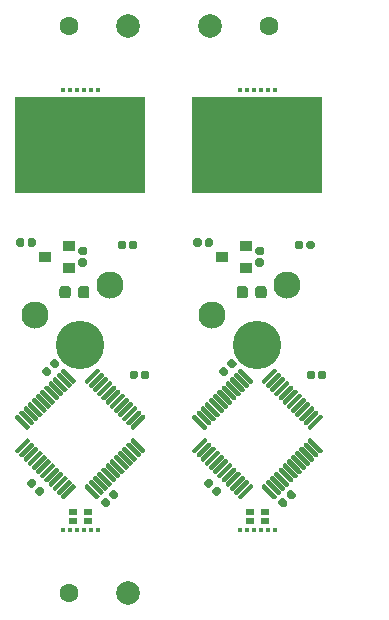
<source format=gbs>
%TF.GenerationSoftware,KiCad,Pcbnew,5.1.6*%
%TF.CreationDate,2020-10-27T03:58:31+01:00*%
%TF.ProjectId,anykey-x2,616e796b-6579-42d7-9832-2e6b69636164,rev?*%
%TF.SameCoordinates,Original*%
%TF.FileFunction,Soldermask,Bot*%
%TF.FilePolarity,Negative*%
%FSLAX46Y46*%
G04 Gerber Fmt 4.6, Leading zero omitted, Abs format (unit mm)*
G04 Created by KiCad (PCBNEW 5.1.6) date 2020-10-27 03:58:31*
%MOMM*%
%LPD*%
G01*
G04 APERTURE LIST*
%ADD10C,0.400000*%
%ADD11C,1.600000*%
%ADD12C,2.000000*%
%ADD13R,11.100000X8.250000*%
%ADD14R,1.000000X0.900000*%
%ADD15C,2.300000*%
%ADD16C,4.100000*%
%ADD17R,0.700000X0.500000*%
G04 APERTURE END LIST*
D10*
%TO.C,REF\u002A\u002A*%
X72500025Y-87101000D03*
%TD*%
%TO.C,REF\u002A\u002A*%
X71900025Y-87101000D03*
%TD*%
%TO.C,REF\u002A\u002A*%
X71300025Y-87101000D03*
%TD*%
%TO.C,REF\u002A\u002A*%
X70700025Y-87101000D03*
%TD*%
%TO.C,REF\u002A\u002A*%
X70100025Y-87101000D03*
%TD*%
%TO.C,REF\u002A\u002A*%
X69500025Y-87101000D03*
%TD*%
%TO.C,REF\u002A\u002A*%
X69500025Y-49899000D03*
%TD*%
%TO.C,REF\u002A\u002A*%
X70100025Y-49899000D03*
%TD*%
%TO.C,REF\u002A\u002A*%
X70700025Y-49899000D03*
%TD*%
%TO.C,REF\u002A\u002A*%
X71300025Y-49899000D03*
%TD*%
%TO.C,REF\u002A\u002A*%
X71900025Y-49899000D03*
%TD*%
%TO.C,REF\u002A\u002A*%
X72500025Y-49899000D03*
%TD*%
%TO.C,REF\u002A\u002A*%
X57500008Y-87101000D03*
%TD*%
%TO.C,REF\u002A\u002A*%
X56900008Y-87101000D03*
%TD*%
%TO.C,REF\u002A\u002A*%
X56300008Y-87101000D03*
%TD*%
%TO.C,REF\u002A\u002A*%
X55700008Y-87101000D03*
%TD*%
%TO.C,REF\u002A\u002A*%
X55100008Y-87101000D03*
%TD*%
%TO.C,REF\u002A\u002A*%
X54500008Y-87101000D03*
%TD*%
%TO.C,REF\u002A\u002A*%
X54500008Y-49899000D03*
%TD*%
%TO.C,REF\u002A\u002A*%
X55100008Y-49899000D03*
%TD*%
%TO.C,REF\u002A\u002A*%
X55700008Y-49899000D03*
%TD*%
%TO.C,REF\u002A\u002A*%
X56300008Y-49899000D03*
%TD*%
%TO.C,REF\u002A\u002A*%
X56900008Y-49899000D03*
%TD*%
%TO.C,REF\u002A\u002A*%
X57500008Y-49899000D03*
%TD*%
D11*
%TO.C,REF\u002A\u002A*%
X54999000Y-92501017D03*
%TD*%
%TO.C,REF\u002A\u002A*%
X72001018Y-44499000D03*
%TD*%
%TO.C,REF\u002A\u002A*%
X54999000Y-44499000D03*
%TD*%
D12*
%TO.C,REF\u002A\u002A*%
X59999000Y-92501017D03*
%TD*%
%TO.C,REF\u002A\u002A*%
X67001018Y-44499000D03*
%TD*%
%TO.C,REF\u002A\u002A*%
X59999000Y-44499000D03*
%TD*%
%TO.C,C1*%
G36*
G01*
X69225018Y-67281251D02*
X69225018Y-66718751D01*
G75*
G02*
X69468768Y-66475001I243750J0D01*
G01*
X69956268Y-66475001D01*
G75*
G02*
X70200018Y-66718751I0J-243750D01*
G01*
X70200018Y-67281251D01*
G75*
G02*
X69956268Y-67525001I-243750J0D01*
G01*
X69468768Y-67525001D01*
G75*
G02*
X69225018Y-67281251I0J243750D01*
G01*
G37*
G36*
G01*
X70800018Y-67281251D02*
X70800018Y-66718751D01*
G75*
G02*
X71043768Y-66475001I243750J0D01*
G01*
X71531268Y-66475001D01*
G75*
G02*
X71775018Y-66718751I0J-243750D01*
G01*
X71775018Y-67281251D01*
G75*
G02*
X71531268Y-67525001I-243750J0D01*
G01*
X71043768Y-67525001D01*
G75*
G02*
X70800018Y-67281251I0J243750D01*
G01*
G37*
%TD*%
%TO.C,C2*%
G36*
G01*
X66473466Y-83052756D02*
X66752773Y-82773448D01*
G75*
G02*
X66996725Y-82773448I121976J-121976D01*
G01*
X67240677Y-83017400D01*
G75*
G02*
X67240677Y-83261352I-121976J-121976D01*
G01*
X66961369Y-83540660D01*
G75*
G02*
X66717417Y-83540660I-121976J121976D01*
G01*
X66473465Y-83296708D01*
G75*
G02*
X66473465Y-83052756I121976J121976D01*
G01*
G37*
G36*
G01*
X67159360Y-83738650D02*
X67438667Y-83459342D01*
G75*
G02*
X67682619Y-83459342I121976J-121976D01*
G01*
X67926571Y-83703294D01*
G75*
G02*
X67926571Y-83947246I-121976J-121976D01*
G01*
X67647263Y-84226554D01*
G75*
G02*
X67403311Y-84226554I-121976J121976D01*
G01*
X67159359Y-83982602D01*
G75*
G02*
X67159359Y-83738650I121976J121976D01*
G01*
G37*
%TD*%
%TO.C,C3*%
G36*
G01*
X68261369Y-73359343D02*
X68540677Y-73638650D01*
G75*
G02*
X68540677Y-73882602I-121976J-121976D01*
G01*
X68296725Y-74126554D01*
G75*
G02*
X68052773Y-74126554I-121976J121976D01*
G01*
X67773465Y-73847246D01*
G75*
G02*
X67773465Y-73603294I121976J121976D01*
G01*
X68017417Y-73359342D01*
G75*
G02*
X68261369Y-73359342I121976J-121976D01*
G01*
G37*
G36*
G01*
X68947263Y-72673449D02*
X69226571Y-72952756D01*
G75*
G02*
X69226571Y-73196708I-121976J-121976D01*
G01*
X68982619Y-73440660D01*
G75*
G02*
X68738667Y-73440660I-121976J121976D01*
G01*
X68459359Y-73161352D01*
G75*
G02*
X68459359Y-72917400I121976J121976D01*
G01*
X68703311Y-72673448D01*
G75*
G02*
X68947263Y-72673448I121976J-121976D01*
G01*
G37*
%TD*%
%TO.C,C5*%
G36*
G01*
X73738667Y-84540659D02*
X73459359Y-84261352D01*
G75*
G02*
X73459359Y-84017400I121976J121976D01*
G01*
X73703311Y-83773448D01*
G75*
G02*
X73947263Y-83773448I121976J-121976D01*
G01*
X74226571Y-84052756D01*
G75*
G02*
X74226571Y-84296708I-121976J-121976D01*
G01*
X73982619Y-84540660D01*
G75*
G02*
X73738667Y-84540660I-121976J121976D01*
G01*
G37*
G36*
G01*
X73052773Y-85226553D02*
X72773465Y-84947246D01*
G75*
G02*
X72773465Y-84703294I121976J121976D01*
G01*
X73017417Y-84459342D01*
G75*
G02*
X73261369Y-84459342I121976J-121976D01*
G01*
X73540677Y-84738650D01*
G75*
G02*
X73540677Y-84982602I-121976J-121976D01*
G01*
X73296725Y-85226554D01*
G75*
G02*
X73052773Y-85226554I-121976J121976D01*
G01*
G37*
%TD*%
%TO.C,C7*%
G36*
G01*
X71397518Y-63860001D02*
X71002518Y-63860001D01*
G75*
G02*
X70830018Y-63687501I0J172500D01*
G01*
X70830018Y-63342501D01*
G75*
G02*
X71002518Y-63170001I172500J0D01*
G01*
X71397518Y-63170001D01*
G75*
G02*
X71570018Y-63342501I0J-172500D01*
G01*
X71570018Y-63687501D01*
G75*
G02*
X71397518Y-63860001I-172500J0D01*
G01*
G37*
G36*
G01*
X71397518Y-64830001D02*
X71002518Y-64830001D01*
G75*
G02*
X70830018Y-64657501I0J172500D01*
G01*
X70830018Y-64312501D01*
G75*
G02*
X71002518Y-64140001I172500J0D01*
G01*
X71397518Y-64140001D01*
G75*
G02*
X71570018Y-64312501I0J-172500D01*
G01*
X71570018Y-64657501D01*
G75*
G02*
X71397518Y-64830001I-172500J0D01*
G01*
G37*
%TD*%
D13*
%TO.C,J1*%
X71000018Y-54575001D03*
%TD*%
%TO.C,R1*%
G36*
G01*
X74170018Y-63197501D02*
X74170018Y-62802501D01*
G75*
G02*
X74342518Y-62630001I172500J0D01*
G01*
X74687518Y-62630001D01*
G75*
G02*
X74860018Y-62802501I0J-172500D01*
G01*
X74860018Y-63197501D01*
G75*
G02*
X74687518Y-63370001I-172500J0D01*
G01*
X74342518Y-63370001D01*
G75*
G02*
X74170018Y-63197501I0J172500D01*
G01*
G37*
G36*
G01*
X75140018Y-63197501D02*
X75140018Y-62802501D01*
G75*
G02*
X75312518Y-62630001I172500J0D01*
G01*
X75657518Y-62630001D01*
G75*
G02*
X75830018Y-62802501I0J-172500D01*
G01*
X75830018Y-63197501D01*
G75*
G02*
X75657518Y-63370001I-172500J0D01*
G01*
X75312518Y-63370001D01*
G75*
G02*
X75140018Y-63197501I0J172500D01*
G01*
G37*
%TD*%
D14*
%TO.C,U1*%
X68000018Y-64000001D03*
X70000018Y-64950001D03*
X70000018Y-63050001D03*
%TD*%
%TO.C,U2*%
G36*
G01*
X69515094Y-84515434D02*
X69373672Y-84374013D01*
G75*
G02*
X69373672Y-84232591I70711J70711D01*
G01*
X70345944Y-83260319D01*
G75*
G02*
X70487366Y-83260319I70711J-70711D01*
G01*
X70628788Y-83401741D01*
G75*
G02*
X70628788Y-83543163I-70711J-70711D01*
G01*
X69656516Y-84515435D01*
G75*
G02*
X69515094Y-84515435I-70711J70711D01*
G01*
G37*
G36*
G01*
X69161540Y-84161880D02*
X69020118Y-84020459D01*
G75*
G02*
X69020118Y-83879037I70711J70711D01*
G01*
X69992390Y-82906765D01*
G75*
G02*
X70133812Y-82906765I70711J-70711D01*
G01*
X70275234Y-83048187D01*
G75*
G02*
X70275234Y-83189609I-70711J-70711D01*
G01*
X69302962Y-84161881D01*
G75*
G02*
X69161540Y-84161881I-70711J70711D01*
G01*
G37*
G36*
G01*
X68807987Y-83808327D02*
X68666565Y-83666906D01*
G75*
G02*
X68666565Y-83525484I70711J70711D01*
G01*
X69638837Y-82553212D01*
G75*
G02*
X69780259Y-82553212I70711J-70711D01*
G01*
X69921681Y-82694634D01*
G75*
G02*
X69921681Y-82836056I-70711J-70711D01*
G01*
X68949409Y-83808328D01*
G75*
G02*
X68807987Y-83808328I-70711J70711D01*
G01*
G37*
G36*
G01*
X68454433Y-83454773D02*
X68313011Y-83313352D01*
G75*
G02*
X68313011Y-83171930I70711J70711D01*
G01*
X69285283Y-82199658D01*
G75*
G02*
X69426705Y-82199658I70711J-70711D01*
G01*
X69568127Y-82341080D01*
G75*
G02*
X69568127Y-82482502I-70711J-70711D01*
G01*
X68595855Y-83454774D01*
G75*
G02*
X68454433Y-83454774I-70711J70711D01*
G01*
G37*
G36*
G01*
X68100880Y-83101220D02*
X67959458Y-82959799D01*
G75*
G02*
X67959458Y-82818377I70711J70711D01*
G01*
X68931730Y-81846105D01*
G75*
G02*
X69073152Y-81846105I70711J-70711D01*
G01*
X69214574Y-81987527D01*
G75*
G02*
X69214574Y-82128949I-70711J-70711D01*
G01*
X68242302Y-83101221D01*
G75*
G02*
X68100880Y-83101221I-70711J70711D01*
G01*
G37*
G36*
G01*
X67747327Y-82747667D02*
X67605905Y-82606246D01*
G75*
G02*
X67605905Y-82464824I70711J70711D01*
G01*
X68578177Y-81492552D01*
G75*
G02*
X68719599Y-81492552I70711J-70711D01*
G01*
X68861021Y-81633974D01*
G75*
G02*
X68861021Y-81775396I-70711J-70711D01*
G01*
X67888749Y-82747668D01*
G75*
G02*
X67747327Y-82747668I-70711J70711D01*
G01*
G37*
G36*
G01*
X67393773Y-82394113D02*
X67252351Y-82252692D01*
G75*
G02*
X67252351Y-82111270I70711J70711D01*
G01*
X68224623Y-81138998D01*
G75*
G02*
X68366045Y-81138998I70711J-70711D01*
G01*
X68507467Y-81280420D01*
G75*
G02*
X68507467Y-81421842I-70711J-70711D01*
G01*
X67535195Y-82394114D01*
G75*
G02*
X67393773Y-82394114I-70711J70711D01*
G01*
G37*
G36*
G01*
X67040220Y-82040560D02*
X66898798Y-81899139D01*
G75*
G02*
X66898798Y-81757717I70711J70711D01*
G01*
X67871070Y-80785445D01*
G75*
G02*
X68012492Y-80785445I70711J-70711D01*
G01*
X68153914Y-80926867D01*
G75*
G02*
X68153914Y-81068289I-70711J-70711D01*
G01*
X67181642Y-82040561D01*
G75*
G02*
X67040220Y-82040561I-70711J70711D01*
G01*
G37*
G36*
G01*
X66686667Y-81687007D02*
X66545245Y-81545586D01*
G75*
G02*
X66545245Y-81404164I70711J70711D01*
G01*
X67517517Y-80431892D01*
G75*
G02*
X67658939Y-80431892I70711J-70711D01*
G01*
X67800361Y-80573314D01*
G75*
G02*
X67800361Y-80714736I-70711J-70711D01*
G01*
X66828089Y-81687008D01*
G75*
G02*
X66686667Y-81687008I-70711J70711D01*
G01*
G37*
G36*
G01*
X66333113Y-81333453D02*
X66191691Y-81192032D01*
G75*
G02*
X66191691Y-81050610I70711J70711D01*
G01*
X67163963Y-80078338D01*
G75*
G02*
X67305385Y-80078338I70711J-70711D01*
G01*
X67446807Y-80219760D01*
G75*
G02*
X67446807Y-80361182I-70711J-70711D01*
G01*
X66474535Y-81333454D01*
G75*
G02*
X66333113Y-81333454I-70711J70711D01*
G01*
G37*
G36*
G01*
X65979560Y-80979900D02*
X65838138Y-80838479D01*
G75*
G02*
X65838138Y-80697057I70711J70711D01*
G01*
X66810410Y-79724785D01*
G75*
G02*
X66951832Y-79724785I70711J-70711D01*
G01*
X67093254Y-79866207D01*
G75*
G02*
X67093254Y-80007629I-70711J-70711D01*
G01*
X66120982Y-80979901D01*
G75*
G02*
X65979560Y-80979901I-70711J70711D01*
G01*
G37*
G36*
G01*
X65626006Y-80626346D02*
X65484584Y-80484925D01*
G75*
G02*
X65484584Y-80343503I70711J70711D01*
G01*
X66456856Y-79371231D01*
G75*
G02*
X66598278Y-79371231I70711J-70711D01*
G01*
X66739700Y-79512653D01*
G75*
G02*
X66739700Y-79654075I-70711J-70711D01*
G01*
X65767428Y-80626347D01*
G75*
G02*
X65626006Y-80626347I-70711J70711D01*
G01*
G37*
G36*
G01*
X66456857Y-78628770D02*
X65484584Y-77656499D01*
G75*
G02*
X65484584Y-77515077I70711J70711D01*
G01*
X65626006Y-77373655D01*
G75*
G02*
X65767428Y-77373655I70711J-70711D01*
G01*
X66739700Y-78345927D01*
G75*
G02*
X66739700Y-78487349I-70711J-70711D01*
G01*
X66598278Y-78628771D01*
G75*
G02*
X66456856Y-78628771I-70711J70711D01*
G01*
G37*
G36*
G01*
X66810411Y-78275216D02*
X65838138Y-77302945D01*
G75*
G02*
X65838138Y-77161523I70711J70711D01*
G01*
X65979560Y-77020101D01*
G75*
G02*
X66120982Y-77020101I70711J-70711D01*
G01*
X67093254Y-77992373D01*
G75*
G02*
X67093254Y-78133795I-70711J-70711D01*
G01*
X66951832Y-78275217D01*
G75*
G02*
X66810410Y-78275217I-70711J70711D01*
G01*
G37*
G36*
G01*
X67163964Y-77921663D02*
X66191691Y-76949392D01*
G75*
G02*
X66191691Y-76807970I70711J70711D01*
G01*
X66333113Y-76666548D01*
G75*
G02*
X66474535Y-76666548I70711J-70711D01*
G01*
X67446807Y-77638820D01*
G75*
G02*
X67446807Y-77780242I-70711J-70711D01*
G01*
X67305385Y-77921664D01*
G75*
G02*
X67163963Y-77921664I-70711J70711D01*
G01*
G37*
G36*
G01*
X67517518Y-77568109D02*
X66545245Y-76595838D01*
G75*
G02*
X66545245Y-76454416I70711J70711D01*
G01*
X66686667Y-76312994D01*
G75*
G02*
X66828089Y-76312994I70711J-70711D01*
G01*
X67800361Y-77285266D01*
G75*
G02*
X67800361Y-77426688I-70711J-70711D01*
G01*
X67658939Y-77568110D01*
G75*
G02*
X67517517Y-77568110I-70711J70711D01*
G01*
G37*
G36*
G01*
X67871071Y-77214556D02*
X66898798Y-76242285D01*
G75*
G02*
X66898798Y-76100863I70711J70711D01*
G01*
X67040220Y-75959441D01*
G75*
G02*
X67181642Y-75959441I70711J-70711D01*
G01*
X68153914Y-76931713D01*
G75*
G02*
X68153914Y-77073135I-70711J-70711D01*
G01*
X68012492Y-77214557D01*
G75*
G02*
X67871070Y-77214557I-70711J70711D01*
G01*
G37*
G36*
G01*
X68224624Y-76861003D02*
X67252351Y-75888732D01*
G75*
G02*
X67252351Y-75747310I70711J70711D01*
G01*
X67393773Y-75605888D01*
G75*
G02*
X67535195Y-75605888I70711J-70711D01*
G01*
X68507467Y-76578160D01*
G75*
G02*
X68507467Y-76719582I-70711J-70711D01*
G01*
X68366045Y-76861004D01*
G75*
G02*
X68224623Y-76861004I-70711J70711D01*
G01*
G37*
G36*
G01*
X68578178Y-76507449D02*
X67605905Y-75535178D01*
G75*
G02*
X67605905Y-75393756I70711J70711D01*
G01*
X67747327Y-75252334D01*
G75*
G02*
X67888749Y-75252334I70711J-70711D01*
G01*
X68861021Y-76224606D01*
G75*
G02*
X68861021Y-76366028I-70711J-70711D01*
G01*
X68719599Y-76507450D01*
G75*
G02*
X68578177Y-76507450I-70711J70711D01*
G01*
G37*
G36*
G01*
X68931731Y-76153896D02*
X67959458Y-75181625D01*
G75*
G02*
X67959458Y-75040203I70711J70711D01*
G01*
X68100880Y-74898781D01*
G75*
G02*
X68242302Y-74898781I70711J-70711D01*
G01*
X69214574Y-75871053D01*
G75*
G02*
X69214574Y-76012475I-70711J-70711D01*
G01*
X69073152Y-76153897D01*
G75*
G02*
X68931730Y-76153897I-70711J70711D01*
G01*
G37*
G36*
G01*
X69285284Y-75800343D02*
X68313011Y-74828072D01*
G75*
G02*
X68313011Y-74686650I70711J70711D01*
G01*
X68454433Y-74545228D01*
G75*
G02*
X68595855Y-74545228I70711J-70711D01*
G01*
X69568127Y-75517500D01*
G75*
G02*
X69568127Y-75658922I-70711J-70711D01*
G01*
X69426705Y-75800344D01*
G75*
G02*
X69285283Y-75800344I-70711J70711D01*
G01*
G37*
G36*
G01*
X69638838Y-75446789D02*
X68666565Y-74474518D01*
G75*
G02*
X68666565Y-74333096I70711J70711D01*
G01*
X68807987Y-74191674D01*
G75*
G02*
X68949409Y-74191674I70711J-70711D01*
G01*
X69921681Y-75163946D01*
G75*
G02*
X69921681Y-75305368I-70711J-70711D01*
G01*
X69780259Y-75446790D01*
G75*
G02*
X69638837Y-75446790I-70711J70711D01*
G01*
G37*
G36*
G01*
X69992391Y-75093236D02*
X69020118Y-74120965D01*
G75*
G02*
X69020118Y-73979543I70711J70711D01*
G01*
X69161540Y-73838121D01*
G75*
G02*
X69302962Y-73838121I70711J-70711D01*
G01*
X70275234Y-74810393D01*
G75*
G02*
X70275234Y-74951815I-70711J-70711D01*
G01*
X70133812Y-75093237D01*
G75*
G02*
X69992390Y-75093237I-70711J70711D01*
G01*
G37*
G36*
G01*
X70345945Y-74739682D02*
X69373672Y-73767411D01*
G75*
G02*
X69373672Y-73625989I70711J70711D01*
G01*
X69515094Y-73484567D01*
G75*
G02*
X69656516Y-73484567I70711J-70711D01*
G01*
X70628788Y-74456839D01*
G75*
G02*
X70628788Y-74598261I-70711J-70711D01*
G01*
X70487366Y-74739683D01*
G75*
G02*
X70345944Y-74739683I-70711J70711D01*
G01*
G37*
G36*
G01*
X71512670Y-74739682D02*
X71371248Y-74598261D01*
G75*
G02*
X71371248Y-74456839I70711J70711D01*
G01*
X72343520Y-73484567D01*
G75*
G02*
X72484942Y-73484567I70711J-70711D01*
G01*
X72626364Y-73625989D01*
G75*
G02*
X72626364Y-73767411I-70711J-70711D01*
G01*
X71654092Y-74739683D01*
G75*
G02*
X71512670Y-74739683I-70711J70711D01*
G01*
G37*
G36*
G01*
X71866224Y-75093236D02*
X71724802Y-74951815D01*
G75*
G02*
X71724802Y-74810393I70711J70711D01*
G01*
X72697074Y-73838121D01*
G75*
G02*
X72838496Y-73838121I70711J-70711D01*
G01*
X72979918Y-73979543D01*
G75*
G02*
X72979918Y-74120965I-70711J-70711D01*
G01*
X72007646Y-75093237D01*
G75*
G02*
X71866224Y-75093237I-70711J70711D01*
G01*
G37*
G36*
G01*
X72219777Y-75446789D02*
X72078355Y-75305368D01*
G75*
G02*
X72078355Y-75163946I70711J70711D01*
G01*
X73050627Y-74191674D01*
G75*
G02*
X73192049Y-74191674I70711J-70711D01*
G01*
X73333471Y-74333096D01*
G75*
G02*
X73333471Y-74474518I-70711J-70711D01*
G01*
X72361199Y-75446790D01*
G75*
G02*
X72219777Y-75446790I-70711J70711D01*
G01*
G37*
G36*
G01*
X72573331Y-75800343D02*
X72431909Y-75658922D01*
G75*
G02*
X72431909Y-75517500I70711J70711D01*
G01*
X73404181Y-74545228D01*
G75*
G02*
X73545603Y-74545228I70711J-70711D01*
G01*
X73687025Y-74686650D01*
G75*
G02*
X73687025Y-74828072I-70711J-70711D01*
G01*
X72714753Y-75800344D01*
G75*
G02*
X72573331Y-75800344I-70711J70711D01*
G01*
G37*
G36*
G01*
X72926884Y-76153896D02*
X72785462Y-76012475D01*
G75*
G02*
X72785462Y-75871053I70711J70711D01*
G01*
X73757734Y-74898781D01*
G75*
G02*
X73899156Y-74898781I70711J-70711D01*
G01*
X74040578Y-75040203D01*
G75*
G02*
X74040578Y-75181625I-70711J-70711D01*
G01*
X73068306Y-76153897D01*
G75*
G02*
X72926884Y-76153897I-70711J70711D01*
G01*
G37*
G36*
G01*
X73280437Y-76507449D02*
X73139015Y-76366028D01*
G75*
G02*
X73139015Y-76224606I70711J70711D01*
G01*
X74111287Y-75252334D01*
G75*
G02*
X74252709Y-75252334I70711J-70711D01*
G01*
X74394131Y-75393756D01*
G75*
G02*
X74394131Y-75535178I-70711J-70711D01*
G01*
X73421859Y-76507450D01*
G75*
G02*
X73280437Y-76507450I-70711J70711D01*
G01*
G37*
G36*
G01*
X73633991Y-76861003D02*
X73492569Y-76719582D01*
G75*
G02*
X73492569Y-76578160I70711J70711D01*
G01*
X74464841Y-75605888D01*
G75*
G02*
X74606263Y-75605888I70711J-70711D01*
G01*
X74747685Y-75747310D01*
G75*
G02*
X74747685Y-75888732I-70711J-70711D01*
G01*
X73775413Y-76861004D01*
G75*
G02*
X73633991Y-76861004I-70711J70711D01*
G01*
G37*
G36*
G01*
X73987544Y-77214556D02*
X73846122Y-77073135D01*
G75*
G02*
X73846122Y-76931713I70711J70711D01*
G01*
X74818394Y-75959441D01*
G75*
G02*
X74959816Y-75959441I70711J-70711D01*
G01*
X75101238Y-76100863D01*
G75*
G02*
X75101238Y-76242285I-70711J-70711D01*
G01*
X74128966Y-77214557D01*
G75*
G02*
X73987544Y-77214557I-70711J70711D01*
G01*
G37*
G36*
G01*
X74341097Y-77568109D02*
X74199675Y-77426688D01*
G75*
G02*
X74199675Y-77285266I70711J70711D01*
G01*
X75171947Y-76312994D01*
G75*
G02*
X75313369Y-76312994I70711J-70711D01*
G01*
X75454791Y-76454416D01*
G75*
G02*
X75454791Y-76595838I-70711J-70711D01*
G01*
X74482519Y-77568110D01*
G75*
G02*
X74341097Y-77568110I-70711J70711D01*
G01*
G37*
G36*
G01*
X74694651Y-77921663D02*
X74553229Y-77780242D01*
G75*
G02*
X74553229Y-77638820I70711J70711D01*
G01*
X75525501Y-76666548D01*
G75*
G02*
X75666923Y-76666548I70711J-70711D01*
G01*
X75808345Y-76807970D01*
G75*
G02*
X75808345Y-76949392I-70711J-70711D01*
G01*
X74836073Y-77921664D01*
G75*
G02*
X74694651Y-77921664I-70711J70711D01*
G01*
G37*
G36*
G01*
X75048204Y-78275216D02*
X74906782Y-78133795D01*
G75*
G02*
X74906782Y-77992373I70711J70711D01*
G01*
X75879054Y-77020101D01*
G75*
G02*
X76020476Y-77020101I70711J-70711D01*
G01*
X76161898Y-77161523D01*
G75*
G02*
X76161898Y-77302945I-70711J-70711D01*
G01*
X75189626Y-78275217D01*
G75*
G02*
X75048204Y-78275217I-70711J70711D01*
G01*
G37*
G36*
G01*
X75401758Y-78628770D02*
X75260336Y-78487349D01*
G75*
G02*
X75260336Y-78345927I70711J70711D01*
G01*
X76232608Y-77373655D01*
G75*
G02*
X76374030Y-77373655I70711J-70711D01*
G01*
X76515452Y-77515077D01*
G75*
G02*
X76515452Y-77656499I-70711J-70711D01*
G01*
X75543180Y-78628771D01*
G75*
G02*
X75401758Y-78628771I-70711J70711D01*
G01*
G37*
G36*
G01*
X76232609Y-80626346D02*
X75260336Y-79654075D01*
G75*
G02*
X75260336Y-79512653I70711J70711D01*
G01*
X75401758Y-79371231D01*
G75*
G02*
X75543180Y-79371231I70711J-70711D01*
G01*
X76515452Y-80343503D01*
G75*
G02*
X76515452Y-80484925I-70711J-70711D01*
G01*
X76374030Y-80626347D01*
G75*
G02*
X76232608Y-80626347I-70711J70711D01*
G01*
G37*
G36*
G01*
X75879055Y-80979900D02*
X74906782Y-80007629D01*
G75*
G02*
X74906782Y-79866207I70711J70711D01*
G01*
X75048204Y-79724785D01*
G75*
G02*
X75189626Y-79724785I70711J-70711D01*
G01*
X76161898Y-80697057D01*
G75*
G02*
X76161898Y-80838479I-70711J-70711D01*
G01*
X76020476Y-80979901D01*
G75*
G02*
X75879054Y-80979901I-70711J70711D01*
G01*
G37*
G36*
G01*
X75525502Y-81333453D02*
X74553229Y-80361182D01*
G75*
G02*
X74553229Y-80219760I70711J70711D01*
G01*
X74694651Y-80078338D01*
G75*
G02*
X74836073Y-80078338I70711J-70711D01*
G01*
X75808345Y-81050610D01*
G75*
G02*
X75808345Y-81192032I-70711J-70711D01*
G01*
X75666923Y-81333454D01*
G75*
G02*
X75525501Y-81333454I-70711J70711D01*
G01*
G37*
G36*
G01*
X75171948Y-81687007D02*
X74199675Y-80714736D01*
G75*
G02*
X74199675Y-80573314I70711J70711D01*
G01*
X74341097Y-80431892D01*
G75*
G02*
X74482519Y-80431892I70711J-70711D01*
G01*
X75454791Y-81404164D01*
G75*
G02*
X75454791Y-81545586I-70711J-70711D01*
G01*
X75313369Y-81687008D01*
G75*
G02*
X75171947Y-81687008I-70711J70711D01*
G01*
G37*
G36*
G01*
X74818395Y-82040560D02*
X73846122Y-81068289D01*
G75*
G02*
X73846122Y-80926867I70711J70711D01*
G01*
X73987544Y-80785445D01*
G75*
G02*
X74128966Y-80785445I70711J-70711D01*
G01*
X75101238Y-81757717D01*
G75*
G02*
X75101238Y-81899139I-70711J-70711D01*
G01*
X74959816Y-82040561D01*
G75*
G02*
X74818394Y-82040561I-70711J70711D01*
G01*
G37*
G36*
G01*
X74464842Y-82394113D02*
X73492569Y-81421842D01*
G75*
G02*
X73492569Y-81280420I70711J70711D01*
G01*
X73633991Y-81138998D01*
G75*
G02*
X73775413Y-81138998I70711J-70711D01*
G01*
X74747685Y-82111270D01*
G75*
G02*
X74747685Y-82252692I-70711J-70711D01*
G01*
X74606263Y-82394114D01*
G75*
G02*
X74464841Y-82394114I-70711J70711D01*
G01*
G37*
G36*
G01*
X74111288Y-82747667D02*
X73139015Y-81775396D01*
G75*
G02*
X73139015Y-81633974I70711J70711D01*
G01*
X73280437Y-81492552D01*
G75*
G02*
X73421859Y-81492552I70711J-70711D01*
G01*
X74394131Y-82464824D01*
G75*
G02*
X74394131Y-82606246I-70711J-70711D01*
G01*
X74252709Y-82747668D01*
G75*
G02*
X74111287Y-82747668I-70711J70711D01*
G01*
G37*
G36*
G01*
X73757735Y-83101220D02*
X72785462Y-82128949D01*
G75*
G02*
X72785462Y-81987527I70711J70711D01*
G01*
X72926884Y-81846105D01*
G75*
G02*
X73068306Y-81846105I70711J-70711D01*
G01*
X74040578Y-82818377D01*
G75*
G02*
X74040578Y-82959799I-70711J-70711D01*
G01*
X73899156Y-83101221D01*
G75*
G02*
X73757734Y-83101221I-70711J70711D01*
G01*
G37*
G36*
G01*
X73404182Y-83454773D02*
X72431909Y-82482502D01*
G75*
G02*
X72431909Y-82341080I70711J70711D01*
G01*
X72573331Y-82199658D01*
G75*
G02*
X72714753Y-82199658I70711J-70711D01*
G01*
X73687025Y-83171930D01*
G75*
G02*
X73687025Y-83313352I-70711J-70711D01*
G01*
X73545603Y-83454774D01*
G75*
G02*
X73404181Y-83454774I-70711J70711D01*
G01*
G37*
G36*
G01*
X73050628Y-83808327D02*
X72078355Y-82836056D01*
G75*
G02*
X72078355Y-82694634I70711J70711D01*
G01*
X72219777Y-82553212D01*
G75*
G02*
X72361199Y-82553212I70711J-70711D01*
G01*
X73333471Y-83525484D01*
G75*
G02*
X73333471Y-83666906I-70711J-70711D01*
G01*
X73192049Y-83808328D01*
G75*
G02*
X73050627Y-83808328I-70711J70711D01*
G01*
G37*
G36*
G01*
X72697075Y-84161880D02*
X71724802Y-83189609D01*
G75*
G02*
X71724802Y-83048187I70711J70711D01*
G01*
X71866224Y-82906765D01*
G75*
G02*
X72007646Y-82906765I70711J-70711D01*
G01*
X72979918Y-83879037D01*
G75*
G02*
X72979918Y-84020459I-70711J-70711D01*
G01*
X72838496Y-84161881D01*
G75*
G02*
X72697074Y-84161881I-70711J70711D01*
G01*
G37*
G36*
G01*
X72343521Y-84515434D02*
X71371248Y-83543163D01*
G75*
G02*
X71371248Y-83401741I70711J70711D01*
G01*
X71512670Y-83260319D01*
G75*
G02*
X71654092Y-83260319I70711J-70711D01*
G01*
X72626364Y-84232591D01*
G75*
G02*
X72626364Y-84374013I-70711J-70711D01*
G01*
X72484942Y-84515435D01*
G75*
G02*
X72343520Y-84515435I-70711J70711D01*
G01*
G37*
%TD*%
%TO.C,C6*%
G36*
G01*
X65570018Y-62997501D02*
X65570018Y-62602501D01*
G75*
G02*
X65742518Y-62430001I172500J0D01*
G01*
X66087518Y-62430001D01*
G75*
G02*
X66260018Y-62602501I0J-172500D01*
G01*
X66260018Y-62997501D01*
G75*
G02*
X66087518Y-63170001I-172500J0D01*
G01*
X65742518Y-63170001D01*
G75*
G02*
X65570018Y-62997501I0J172500D01*
G01*
G37*
G36*
G01*
X66540018Y-62997501D02*
X66540018Y-62602501D01*
G75*
G02*
X66712518Y-62430001I172500J0D01*
G01*
X67057518Y-62430001D01*
G75*
G02*
X67230018Y-62602501I0J-172500D01*
G01*
X67230018Y-62997501D01*
G75*
G02*
X67057518Y-63170001I-172500J0D01*
G01*
X66712518Y-63170001D01*
G75*
G02*
X66540018Y-62997501I0J172500D01*
G01*
G37*
%TD*%
D15*
%TO.C,SW1*%
X73540018Y-66420001D03*
X67190018Y-68960001D03*
D16*
X71000018Y-71500001D03*
%TD*%
%TO.C,C4*%
G36*
G01*
X76830018Y-73802501D02*
X76830018Y-74197501D01*
G75*
G02*
X76657518Y-74370001I-172500J0D01*
G01*
X76312518Y-74370001D01*
G75*
G02*
X76140018Y-74197501I0J172500D01*
G01*
X76140018Y-73802501D01*
G75*
G02*
X76312518Y-73630001I172500J0D01*
G01*
X76657518Y-73630001D01*
G75*
G02*
X76830018Y-73802501I0J-172500D01*
G01*
G37*
G36*
G01*
X75860018Y-73802501D02*
X75860018Y-74197501D01*
G75*
G02*
X75687518Y-74370001I-172500J0D01*
G01*
X75342518Y-74370001D01*
G75*
G02*
X75170018Y-74197501I0J172500D01*
G01*
X75170018Y-73802501D01*
G75*
G02*
X75342518Y-73630001I172500J0D01*
G01*
X75687518Y-73630001D01*
G75*
G02*
X75860018Y-73802501I0J-172500D01*
G01*
G37*
%TD*%
D17*
%TO.C,D1*%
X70350018Y-86400001D03*
X71650018Y-86400001D03*
X71650018Y-85600001D03*
X70350018Y-85600001D03*
%TD*%
%TO.C,C1*%
G36*
G01*
X54225001Y-67281251D02*
X54225001Y-66718751D01*
G75*
G02*
X54468751Y-66475001I243750J0D01*
G01*
X54956251Y-66475001D01*
G75*
G02*
X55200001Y-66718751I0J-243750D01*
G01*
X55200001Y-67281251D01*
G75*
G02*
X54956251Y-67525001I-243750J0D01*
G01*
X54468751Y-67525001D01*
G75*
G02*
X54225001Y-67281251I0J243750D01*
G01*
G37*
G36*
G01*
X55800001Y-67281251D02*
X55800001Y-66718751D01*
G75*
G02*
X56043751Y-66475001I243750J0D01*
G01*
X56531251Y-66475001D01*
G75*
G02*
X56775001Y-66718751I0J-243750D01*
G01*
X56775001Y-67281251D01*
G75*
G02*
X56531251Y-67525001I-243750J0D01*
G01*
X56043751Y-67525001D01*
G75*
G02*
X55800001Y-67281251I0J243750D01*
G01*
G37*
%TD*%
%TO.C,C2*%
G36*
G01*
X51473449Y-83052756D02*
X51752756Y-82773448D01*
G75*
G02*
X51996708Y-82773448I121976J-121976D01*
G01*
X52240660Y-83017400D01*
G75*
G02*
X52240660Y-83261352I-121976J-121976D01*
G01*
X51961352Y-83540660D01*
G75*
G02*
X51717400Y-83540660I-121976J121976D01*
G01*
X51473448Y-83296708D01*
G75*
G02*
X51473448Y-83052756I121976J121976D01*
G01*
G37*
G36*
G01*
X52159343Y-83738650D02*
X52438650Y-83459342D01*
G75*
G02*
X52682602Y-83459342I121976J-121976D01*
G01*
X52926554Y-83703294D01*
G75*
G02*
X52926554Y-83947246I-121976J-121976D01*
G01*
X52647246Y-84226554D01*
G75*
G02*
X52403294Y-84226554I-121976J121976D01*
G01*
X52159342Y-83982602D01*
G75*
G02*
X52159342Y-83738650I121976J121976D01*
G01*
G37*
%TD*%
%TO.C,C3*%
G36*
G01*
X53261352Y-73359343D02*
X53540660Y-73638650D01*
G75*
G02*
X53540660Y-73882602I-121976J-121976D01*
G01*
X53296708Y-74126554D01*
G75*
G02*
X53052756Y-74126554I-121976J121976D01*
G01*
X52773448Y-73847246D01*
G75*
G02*
X52773448Y-73603294I121976J121976D01*
G01*
X53017400Y-73359342D01*
G75*
G02*
X53261352Y-73359342I121976J-121976D01*
G01*
G37*
G36*
G01*
X53947246Y-72673449D02*
X54226554Y-72952756D01*
G75*
G02*
X54226554Y-73196708I-121976J-121976D01*
G01*
X53982602Y-73440660D01*
G75*
G02*
X53738650Y-73440660I-121976J121976D01*
G01*
X53459342Y-73161352D01*
G75*
G02*
X53459342Y-72917400I121976J121976D01*
G01*
X53703294Y-72673448D01*
G75*
G02*
X53947246Y-72673448I121976J-121976D01*
G01*
G37*
%TD*%
%TO.C,C5*%
G36*
G01*
X58738650Y-84540659D02*
X58459342Y-84261352D01*
G75*
G02*
X58459342Y-84017400I121976J121976D01*
G01*
X58703294Y-83773448D01*
G75*
G02*
X58947246Y-83773448I121976J-121976D01*
G01*
X59226554Y-84052756D01*
G75*
G02*
X59226554Y-84296708I-121976J-121976D01*
G01*
X58982602Y-84540660D01*
G75*
G02*
X58738650Y-84540660I-121976J121976D01*
G01*
G37*
G36*
G01*
X58052756Y-85226553D02*
X57773448Y-84947246D01*
G75*
G02*
X57773448Y-84703294I121976J121976D01*
G01*
X58017400Y-84459342D01*
G75*
G02*
X58261352Y-84459342I121976J-121976D01*
G01*
X58540660Y-84738650D01*
G75*
G02*
X58540660Y-84982602I-121976J-121976D01*
G01*
X58296708Y-85226554D01*
G75*
G02*
X58052756Y-85226554I-121976J121976D01*
G01*
G37*
%TD*%
%TO.C,C7*%
G36*
G01*
X56397501Y-63860001D02*
X56002501Y-63860001D01*
G75*
G02*
X55830001Y-63687501I0J172500D01*
G01*
X55830001Y-63342501D01*
G75*
G02*
X56002501Y-63170001I172500J0D01*
G01*
X56397501Y-63170001D01*
G75*
G02*
X56570001Y-63342501I0J-172500D01*
G01*
X56570001Y-63687501D01*
G75*
G02*
X56397501Y-63860001I-172500J0D01*
G01*
G37*
G36*
G01*
X56397501Y-64830001D02*
X56002501Y-64830001D01*
G75*
G02*
X55830001Y-64657501I0J172500D01*
G01*
X55830001Y-64312501D01*
G75*
G02*
X56002501Y-64140001I172500J0D01*
G01*
X56397501Y-64140001D01*
G75*
G02*
X56570001Y-64312501I0J-172500D01*
G01*
X56570001Y-64657501D01*
G75*
G02*
X56397501Y-64830001I-172500J0D01*
G01*
G37*
%TD*%
D13*
%TO.C,J1*%
X56000001Y-54575001D03*
%TD*%
%TO.C,R1*%
G36*
G01*
X59170001Y-63197501D02*
X59170001Y-62802501D01*
G75*
G02*
X59342501Y-62630001I172500J0D01*
G01*
X59687501Y-62630001D01*
G75*
G02*
X59860001Y-62802501I0J-172500D01*
G01*
X59860001Y-63197501D01*
G75*
G02*
X59687501Y-63370001I-172500J0D01*
G01*
X59342501Y-63370001D01*
G75*
G02*
X59170001Y-63197501I0J172500D01*
G01*
G37*
G36*
G01*
X60140001Y-63197501D02*
X60140001Y-62802501D01*
G75*
G02*
X60312501Y-62630001I172500J0D01*
G01*
X60657501Y-62630001D01*
G75*
G02*
X60830001Y-62802501I0J-172500D01*
G01*
X60830001Y-63197501D01*
G75*
G02*
X60657501Y-63370001I-172500J0D01*
G01*
X60312501Y-63370001D01*
G75*
G02*
X60140001Y-63197501I0J172500D01*
G01*
G37*
%TD*%
D14*
%TO.C,U1*%
X53000001Y-64000001D03*
X55000001Y-64950001D03*
X55000001Y-63050001D03*
%TD*%
%TO.C,U2*%
G36*
G01*
X54515077Y-84515434D02*
X54373655Y-84374013D01*
G75*
G02*
X54373655Y-84232591I70711J70711D01*
G01*
X55345927Y-83260319D01*
G75*
G02*
X55487349Y-83260319I70711J-70711D01*
G01*
X55628771Y-83401741D01*
G75*
G02*
X55628771Y-83543163I-70711J-70711D01*
G01*
X54656499Y-84515435D01*
G75*
G02*
X54515077Y-84515435I-70711J70711D01*
G01*
G37*
G36*
G01*
X54161523Y-84161880D02*
X54020101Y-84020459D01*
G75*
G02*
X54020101Y-83879037I70711J70711D01*
G01*
X54992373Y-82906765D01*
G75*
G02*
X55133795Y-82906765I70711J-70711D01*
G01*
X55275217Y-83048187D01*
G75*
G02*
X55275217Y-83189609I-70711J-70711D01*
G01*
X54302945Y-84161881D01*
G75*
G02*
X54161523Y-84161881I-70711J70711D01*
G01*
G37*
G36*
G01*
X53807970Y-83808327D02*
X53666548Y-83666906D01*
G75*
G02*
X53666548Y-83525484I70711J70711D01*
G01*
X54638820Y-82553212D01*
G75*
G02*
X54780242Y-82553212I70711J-70711D01*
G01*
X54921664Y-82694634D01*
G75*
G02*
X54921664Y-82836056I-70711J-70711D01*
G01*
X53949392Y-83808328D01*
G75*
G02*
X53807970Y-83808328I-70711J70711D01*
G01*
G37*
G36*
G01*
X53454416Y-83454773D02*
X53312994Y-83313352D01*
G75*
G02*
X53312994Y-83171930I70711J70711D01*
G01*
X54285266Y-82199658D01*
G75*
G02*
X54426688Y-82199658I70711J-70711D01*
G01*
X54568110Y-82341080D01*
G75*
G02*
X54568110Y-82482502I-70711J-70711D01*
G01*
X53595838Y-83454774D01*
G75*
G02*
X53454416Y-83454774I-70711J70711D01*
G01*
G37*
G36*
G01*
X53100863Y-83101220D02*
X52959441Y-82959799D01*
G75*
G02*
X52959441Y-82818377I70711J70711D01*
G01*
X53931713Y-81846105D01*
G75*
G02*
X54073135Y-81846105I70711J-70711D01*
G01*
X54214557Y-81987527D01*
G75*
G02*
X54214557Y-82128949I-70711J-70711D01*
G01*
X53242285Y-83101221D01*
G75*
G02*
X53100863Y-83101221I-70711J70711D01*
G01*
G37*
G36*
G01*
X52747310Y-82747667D02*
X52605888Y-82606246D01*
G75*
G02*
X52605888Y-82464824I70711J70711D01*
G01*
X53578160Y-81492552D01*
G75*
G02*
X53719582Y-81492552I70711J-70711D01*
G01*
X53861004Y-81633974D01*
G75*
G02*
X53861004Y-81775396I-70711J-70711D01*
G01*
X52888732Y-82747668D01*
G75*
G02*
X52747310Y-82747668I-70711J70711D01*
G01*
G37*
G36*
G01*
X52393756Y-82394113D02*
X52252334Y-82252692D01*
G75*
G02*
X52252334Y-82111270I70711J70711D01*
G01*
X53224606Y-81138998D01*
G75*
G02*
X53366028Y-81138998I70711J-70711D01*
G01*
X53507450Y-81280420D01*
G75*
G02*
X53507450Y-81421842I-70711J-70711D01*
G01*
X52535178Y-82394114D01*
G75*
G02*
X52393756Y-82394114I-70711J70711D01*
G01*
G37*
G36*
G01*
X52040203Y-82040560D02*
X51898781Y-81899139D01*
G75*
G02*
X51898781Y-81757717I70711J70711D01*
G01*
X52871053Y-80785445D01*
G75*
G02*
X53012475Y-80785445I70711J-70711D01*
G01*
X53153897Y-80926867D01*
G75*
G02*
X53153897Y-81068289I-70711J-70711D01*
G01*
X52181625Y-82040561D01*
G75*
G02*
X52040203Y-82040561I-70711J70711D01*
G01*
G37*
G36*
G01*
X51686650Y-81687007D02*
X51545228Y-81545586D01*
G75*
G02*
X51545228Y-81404164I70711J70711D01*
G01*
X52517500Y-80431892D01*
G75*
G02*
X52658922Y-80431892I70711J-70711D01*
G01*
X52800344Y-80573314D01*
G75*
G02*
X52800344Y-80714736I-70711J-70711D01*
G01*
X51828072Y-81687008D01*
G75*
G02*
X51686650Y-81687008I-70711J70711D01*
G01*
G37*
G36*
G01*
X51333096Y-81333453D02*
X51191674Y-81192032D01*
G75*
G02*
X51191674Y-81050610I70711J70711D01*
G01*
X52163946Y-80078338D01*
G75*
G02*
X52305368Y-80078338I70711J-70711D01*
G01*
X52446790Y-80219760D01*
G75*
G02*
X52446790Y-80361182I-70711J-70711D01*
G01*
X51474518Y-81333454D01*
G75*
G02*
X51333096Y-81333454I-70711J70711D01*
G01*
G37*
G36*
G01*
X50979543Y-80979900D02*
X50838121Y-80838479D01*
G75*
G02*
X50838121Y-80697057I70711J70711D01*
G01*
X51810393Y-79724785D01*
G75*
G02*
X51951815Y-79724785I70711J-70711D01*
G01*
X52093237Y-79866207D01*
G75*
G02*
X52093237Y-80007629I-70711J-70711D01*
G01*
X51120965Y-80979901D01*
G75*
G02*
X50979543Y-80979901I-70711J70711D01*
G01*
G37*
G36*
G01*
X50625989Y-80626346D02*
X50484567Y-80484925D01*
G75*
G02*
X50484567Y-80343503I70711J70711D01*
G01*
X51456839Y-79371231D01*
G75*
G02*
X51598261Y-79371231I70711J-70711D01*
G01*
X51739683Y-79512653D01*
G75*
G02*
X51739683Y-79654075I-70711J-70711D01*
G01*
X50767411Y-80626347D01*
G75*
G02*
X50625989Y-80626347I-70711J70711D01*
G01*
G37*
G36*
G01*
X51456840Y-78628770D02*
X50484567Y-77656499D01*
G75*
G02*
X50484567Y-77515077I70711J70711D01*
G01*
X50625989Y-77373655D01*
G75*
G02*
X50767411Y-77373655I70711J-70711D01*
G01*
X51739683Y-78345927D01*
G75*
G02*
X51739683Y-78487349I-70711J-70711D01*
G01*
X51598261Y-78628771D01*
G75*
G02*
X51456839Y-78628771I-70711J70711D01*
G01*
G37*
G36*
G01*
X51810394Y-78275216D02*
X50838121Y-77302945D01*
G75*
G02*
X50838121Y-77161523I70711J70711D01*
G01*
X50979543Y-77020101D01*
G75*
G02*
X51120965Y-77020101I70711J-70711D01*
G01*
X52093237Y-77992373D01*
G75*
G02*
X52093237Y-78133795I-70711J-70711D01*
G01*
X51951815Y-78275217D01*
G75*
G02*
X51810393Y-78275217I-70711J70711D01*
G01*
G37*
G36*
G01*
X52163947Y-77921663D02*
X51191674Y-76949392D01*
G75*
G02*
X51191674Y-76807970I70711J70711D01*
G01*
X51333096Y-76666548D01*
G75*
G02*
X51474518Y-76666548I70711J-70711D01*
G01*
X52446790Y-77638820D01*
G75*
G02*
X52446790Y-77780242I-70711J-70711D01*
G01*
X52305368Y-77921664D01*
G75*
G02*
X52163946Y-77921664I-70711J70711D01*
G01*
G37*
G36*
G01*
X52517501Y-77568109D02*
X51545228Y-76595838D01*
G75*
G02*
X51545228Y-76454416I70711J70711D01*
G01*
X51686650Y-76312994D01*
G75*
G02*
X51828072Y-76312994I70711J-70711D01*
G01*
X52800344Y-77285266D01*
G75*
G02*
X52800344Y-77426688I-70711J-70711D01*
G01*
X52658922Y-77568110D01*
G75*
G02*
X52517500Y-77568110I-70711J70711D01*
G01*
G37*
G36*
G01*
X52871054Y-77214556D02*
X51898781Y-76242285D01*
G75*
G02*
X51898781Y-76100863I70711J70711D01*
G01*
X52040203Y-75959441D01*
G75*
G02*
X52181625Y-75959441I70711J-70711D01*
G01*
X53153897Y-76931713D01*
G75*
G02*
X53153897Y-77073135I-70711J-70711D01*
G01*
X53012475Y-77214557D01*
G75*
G02*
X52871053Y-77214557I-70711J70711D01*
G01*
G37*
G36*
G01*
X53224607Y-76861003D02*
X52252334Y-75888732D01*
G75*
G02*
X52252334Y-75747310I70711J70711D01*
G01*
X52393756Y-75605888D01*
G75*
G02*
X52535178Y-75605888I70711J-70711D01*
G01*
X53507450Y-76578160D01*
G75*
G02*
X53507450Y-76719582I-70711J-70711D01*
G01*
X53366028Y-76861004D01*
G75*
G02*
X53224606Y-76861004I-70711J70711D01*
G01*
G37*
G36*
G01*
X53578161Y-76507449D02*
X52605888Y-75535178D01*
G75*
G02*
X52605888Y-75393756I70711J70711D01*
G01*
X52747310Y-75252334D01*
G75*
G02*
X52888732Y-75252334I70711J-70711D01*
G01*
X53861004Y-76224606D01*
G75*
G02*
X53861004Y-76366028I-70711J-70711D01*
G01*
X53719582Y-76507450D01*
G75*
G02*
X53578160Y-76507450I-70711J70711D01*
G01*
G37*
G36*
G01*
X53931714Y-76153896D02*
X52959441Y-75181625D01*
G75*
G02*
X52959441Y-75040203I70711J70711D01*
G01*
X53100863Y-74898781D01*
G75*
G02*
X53242285Y-74898781I70711J-70711D01*
G01*
X54214557Y-75871053D01*
G75*
G02*
X54214557Y-76012475I-70711J-70711D01*
G01*
X54073135Y-76153897D01*
G75*
G02*
X53931713Y-76153897I-70711J70711D01*
G01*
G37*
G36*
G01*
X54285267Y-75800343D02*
X53312994Y-74828072D01*
G75*
G02*
X53312994Y-74686650I70711J70711D01*
G01*
X53454416Y-74545228D01*
G75*
G02*
X53595838Y-74545228I70711J-70711D01*
G01*
X54568110Y-75517500D01*
G75*
G02*
X54568110Y-75658922I-70711J-70711D01*
G01*
X54426688Y-75800344D01*
G75*
G02*
X54285266Y-75800344I-70711J70711D01*
G01*
G37*
G36*
G01*
X54638821Y-75446789D02*
X53666548Y-74474518D01*
G75*
G02*
X53666548Y-74333096I70711J70711D01*
G01*
X53807970Y-74191674D01*
G75*
G02*
X53949392Y-74191674I70711J-70711D01*
G01*
X54921664Y-75163946D01*
G75*
G02*
X54921664Y-75305368I-70711J-70711D01*
G01*
X54780242Y-75446790D01*
G75*
G02*
X54638820Y-75446790I-70711J70711D01*
G01*
G37*
G36*
G01*
X54992374Y-75093236D02*
X54020101Y-74120965D01*
G75*
G02*
X54020101Y-73979543I70711J70711D01*
G01*
X54161523Y-73838121D01*
G75*
G02*
X54302945Y-73838121I70711J-70711D01*
G01*
X55275217Y-74810393D01*
G75*
G02*
X55275217Y-74951815I-70711J-70711D01*
G01*
X55133795Y-75093237D01*
G75*
G02*
X54992373Y-75093237I-70711J70711D01*
G01*
G37*
G36*
G01*
X55345928Y-74739682D02*
X54373655Y-73767411D01*
G75*
G02*
X54373655Y-73625989I70711J70711D01*
G01*
X54515077Y-73484567D01*
G75*
G02*
X54656499Y-73484567I70711J-70711D01*
G01*
X55628771Y-74456839D01*
G75*
G02*
X55628771Y-74598261I-70711J-70711D01*
G01*
X55487349Y-74739683D01*
G75*
G02*
X55345927Y-74739683I-70711J70711D01*
G01*
G37*
G36*
G01*
X56512653Y-74739682D02*
X56371231Y-74598261D01*
G75*
G02*
X56371231Y-74456839I70711J70711D01*
G01*
X57343503Y-73484567D01*
G75*
G02*
X57484925Y-73484567I70711J-70711D01*
G01*
X57626347Y-73625989D01*
G75*
G02*
X57626347Y-73767411I-70711J-70711D01*
G01*
X56654075Y-74739683D01*
G75*
G02*
X56512653Y-74739683I-70711J70711D01*
G01*
G37*
G36*
G01*
X56866207Y-75093236D02*
X56724785Y-74951815D01*
G75*
G02*
X56724785Y-74810393I70711J70711D01*
G01*
X57697057Y-73838121D01*
G75*
G02*
X57838479Y-73838121I70711J-70711D01*
G01*
X57979901Y-73979543D01*
G75*
G02*
X57979901Y-74120965I-70711J-70711D01*
G01*
X57007629Y-75093237D01*
G75*
G02*
X56866207Y-75093237I-70711J70711D01*
G01*
G37*
G36*
G01*
X57219760Y-75446789D02*
X57078338Y-75305368D01*
G75*
G02*
X57078338Y-75163946I70711J70711D01*
G01*
X58050610Y-74191674D01*
G75*
G02*
X58192032Y-74191674I70711J-70711D01*
G01*
X58333454Y-74333096D01*
G75*
G02*
X58333454Y-74474518I-70711J-70711D01*
G01*
X57361182Y-75446790D01*
G75*
G02*
X57219760Y-75446790I-70711J70711D01*
G01*
G37*
G36*
G01*
X57573314Y-75800343D02*
X57431892Y-75658922D01*
G75*
G02*
X57431892Y-75517500I70711J70711D01*
G01*
X58404164Y-74545228D01*
G75*
G02*
X58545586Y-74545228I70711J-70711D01*
G01*
X58687008Y-74686650D01*
G75*
G02*
X58687008Y-74828072I-70711J-70711D01*
G01*
X57714736Y-75800344D01*
G75*
G02*
X57573314Y-75800344I-70711J70711D01*
G01*
G37*
G36*
G01*
X57926867Y-76153896D02*
X57785445Y-76012475D01*
G75*
G02*
X57785445Y-75871053I70711J70711D01*
G01*
X58757717Y-74898781D01*
G75*
G02*
X58899139Y-74898781I70711J-70711D01*
G01*
X59040561Y-75040203D01*
G75*
G02*
X59040561Y-75181625I-70711J-70711D01*
G01*
X58068289Y-76153897D01*
G75*
G02*
X57926867Y-76153897I-70711J70711D01*
G01*
G37*
G36*
G01*
X58280420Y-76507449D02*
X58138998Y-76366028D01*
G75*
G02*
X58138998Y-76224606I70711J70711D01*
G01*
X59111270Y-75252334D01*
G75*
G02*
X59252692Y-75252334I70711J-70711D01*
G01*
X59394114Y-75393756D01*
G75*
G02*
X59394114Y-75535178I-70711J-70711D01*
G01*
X58421842Y-76507450D01*
G75*
G02*
X58280420Y-76507450I-70711J70711D01*
G01*
G37*
G36*
G01*
X58633974Y-76861003D02*
X58492552Y-76719582D01*
G75*
G02*
X58492552Y-76578160I70711J70711D01*
G01*
X59464824Y-75605888D01*
G75*
G02*
X59606246Y-75605888I70711J-70711D01*
G01*
X59747668Y-75747310D01*
G75*
G02*
X59747668Y-75888732I-70711J-70711D01*
G01*
X58775396Y-76861004D01*
G75*
G02*
X58633974Y-76861004I-70711J70711D01*
G01*
G37*
G36*
G01*
X58987527Y-77214556D02*
X58846105Y-77073135D01*
G75*
G02*
X58846105Y-76931713I70711J70711D01*
G01*
X59818377Y-75959441D01*
G75*
G02*
X59959799Y-75959441I70711J-70711D01*
G01*
X60101221Y-76100863D01*
G75*
G02*
X60101221Y-76242285I-70711J-70711D01*
G01*
X59128949Y-77214557D01*
G75*
G02*
X58987527Y-77214557I-70711J70711D01*
G01*
G37*
G36*
G01*
X59341080Y-77568109D02*
X59199658Y-77426688D01*
G75*
G02*
X59199658Y-77285266I70711J70711D01*
G01*
X60171930Y-76312994D01*
G75*
G02*
X60313352Y-76312994I70711J-70711D01*
G01*
X60454774Y-76454416D01*
G75*
G02*
X60454774Y-76595838I-70711J-70711D01*
G01*
X59482502Y-77568110D01*
G75*
G02*
X59341080Y-77568110I-70711J70711D01*
G01*
G37*
G36*
G01*
X59694634Y-77921663D02*
X59553212Y-77780242D01*
G75*
G02*
X59553212Y-77638820I70711J70711D01*
G01*
X60525484Y-76666548D01*
G75*
G02*
X60666906Y-76666548I70711J-70711D01*
G01*
X60808328Y-76807970D01*
G75*
G02*
X60808328Y-76949392I-70711J-70711D01*
G01*
X59836056Y-77921664D01*
G75*
G02*
X59694634Y-77921664I-70711J70711D01*
G01*
G37*
G36*
G01*
X60048187Y-78275216D02*
X59906765Y-78133795D01*
G75*
G02*
X59906765Y-77992373I70711J70711D01*
G01*
X60879037Y-77020101D01*
G75*
G02*
X61020459Y-77020101I70711J-70711D01*
G01*
X61161881Y-77161523D01*
G75*
G02*
X61161881Y-77302945I-70711J-70711D01*
G01*
X60189609Y-78275217D01*
G75*
G02*
X60048187Y-78275217I-70711J70711D01*
G01*
G37*
G36*
G01*
X60401741Y-78628770D02*
X60260319Y-78487349D01*
G75*
G02*
X60260319Y-78345927I70711J70711D01*
G01*
X61232591Y-77373655D01*
G75*
G02*
X61374013Y-77373655I70711J-70711D01*
G01*
X61515435Y-77515077D01*
G75*
G02*
X61515435Y-77656499I-70711J-70711D01*
G01*
X60543163Y-78628771D01*
G75*
G02*
X60401741Y-78628771I-70711J70711D01*
G01*
G37*
G36*
G01*
X61232592Y-80626346D02*
X60260319Y-79654075D01*
G75*
G02*
X60260319Y-79512653I70711J70711D01*
G01*
X60401741Y-79371231D01*
G75*
G02*
X60543163Y-79371231I70711J-70711D01*
G01*
X61515435Y-80343503D01*
G75*
G02*
X61515435Y-80484925I-70711J-70711D01*
G01*
X61374013Y-80626347D01*
G75*
G02*
X61232591Y-80626347I-70711J70711D01*
G01*
G37*
G36*
G01*
X60879038Y-80979900D02*
X59906765Y-80007629D01*
G75*
G02*
X59906765Y-79866207I70711J70711D01*
G01*
X60048187Y-79724785D01*
G75*
G02*
X60189609Y-79724785I70711J-70711D01*
G01*
X61161881Y-80697057D01*
G75*
G02*
X61161881Y-80838479I-70711J-70711D01*
G01*
X61020459Y-80979901D01*
G75*
G02*
X60879037Y-80979901I-70711J70711D01*
G01*
G37*
G36*
G01*
X60525485Y-81333453D02*
X59553212Y-80361182D01*
G75*
G02*
X59553212Y-80219760I70711J70711D01*
G01*
X59694634Y-80078338D01*
G75*
G02*
X59836056Y-80078338I70711J-70711D01*
G01*
X60808328Y-81050610D01*
G75*
G02*
X60808328Y-81192032I-70711J-70711D01*
G01*
X60666906Y-81333454D01*
G75*
G02*
X60525484Y-81333454I-70711J70711D01*
G01*
G37*
G36*
G01*
X60171931Y-81687007D02*
X59199658Y-80714736D01*
G75*
G02*
X59199658Y-80573314I70711J70711D01*
G01*
X59341080Y-80431892D01*
G75*
G02*
X59482502Y-80431892I70711J-70711D01*
G01*
X60454774Y-81404164D01*
G75*
G02*
X60454774Y-81545586I-70711J-70711D01*
G01*
X60313352Y-81687008D01*
G75*
G02*
X60171930Y-81687008I-70711J70711D01*
G01*
G37*
G36*
G01*
X59818378Y-82040560D02*
X58846105Y-81068289D01*
G75*
G02*
X58846105Y-80926867I70711J70711D01*
G01*
X58987527Y-80785445D01*
G75*
G02*
X59128949Y-80785445I70711J-70711D01*
G01*
X60101221Y-81757717D01*
G75*
G02*
X60101221Y-81899139I-70711J-70711D01*
G01*
X59959799Y-82040561D01*
G75*
G02*
X59818377Y-82040561I-70711J70711D01*
G01*
G37*
G36*
G01*
X59464825Y-82394113D02*
X58492552Y-81421842D01*
G75*
G02*
X58492552Y-81280420I70711J70711D01*
G01*
X58633974Y-81138998D01*
G75*
G02*
X58775396Y-81138998I70711J-70711D01*
G01*
X59747668Y-82111270D01*
G75*
G02*
X59747668Y-82252692I-70711J-70711D01*
G01*
X59606246Y-82394114D01*
G75*
G02*
X59464824Y-82394114I-70711J70711D01*
G01*
G37*
G36*
G01*
X59111271Y-82747667D02*
X58138998Y-81775396D01*
G75*
G02*
X58138998Y-81633974I70711J70711D01*
G01*
X58280420Y-81492552D01*
G75*
G02*
X58421842Y-81492552I70711J-70711D01*
G01*
X59394114Y-82464824D01*
G75*
G02*
X59394114Y-82606246I-70711J-70711D01*
G01*
X59252692Y-82747668D01*
G75*
G02*
X59111270Y-82747668I-70711J70711D01*
G01*
G37*
G36*
G01*
X58757718Y-83101220D02*
X57785445Y-82128949D01*
G75*
G02*
X57785445Y-81987527I70711J70711D01*
G01*
X57926867Y-81846105D01*
G75*
G02*
X58068289Y-81846105I70711J-70711D01*
G01*
X59040561Y-82818377D01*
G75*
G02*
X59040561Y-82959799I-70711J-70711D01*
G01*
X58899139Y-83101221D01*
G75*
G02*
X58757717Y-83101221I-70711J70711D01*
G01*
G37*
G36*
G01*
X58404165Y-83454773D02*
X57431892Y-82482502D01*
G75*
G02*
X57431892Y-82341080I70711J70711D01*
G01*
X57573314Y-82199658D01*
G75*
G02*
X57714736Y-82199658I70711J-70711D01*
G01*
X58687008Y-83171930D01*
G75*
G02*
X58687008Y-83313352I-70711J-70711D01*
G01*
X58545586Y-83454774D01*
G75*
G02*
X58404164Y-83454774I-70711J70711D01*
G01*
G37*
G36*
G01*
X58050611Y-83808327D02*
X57078338Y-82836056D01*
G75*
G02*
X57078338Y-82694634I70711J70711D01*
G01*
X57219760Y-82553212D01*
G75*
G02*
X57361182Y-82553212I70711J-70711D01*
G01*
X58333454Y-83525484D01*
G75*
G02*
X58333454Y-83666906I-70711J-70711D01*
G01*
X58192032Y-83808328D01*
G75*
G02*
X58050610Y-83808328I-70711J70711D01*
G01*
G37*
G36*
G01*
X57697058Y-84161880D02*
X56724785Y-83189609D01*
G75*
G02*
X56724785Y-83048187I70711J70711D01*
G01*
X56866207Y-82906765D01*
G75*
G02*
X57007629Y-82906765I70711J-70711D01*
G01*
X57979901Y-83879037D01*
G75*
G02*
X57979901Y-84020459I-70711J-70711D01*
G01*
X57838479Y-84161881D01*
G75*
G02*
X57697057Y-84161881I-70711J70711D01*
G01*
G37*
G36*
G01*
X57343504Y-84515434D02*
X56371231Y-83543163D01*
G75*
G02*
X56371231Y-83401741I70711J70711D01*
G01*
X56512653Y-83260319D01*
G75*
G02*
X56654075Y-83260319I70711J-70711D01*
G01*
X57626347Y-84232591D01*
G75*
G02*
X57626347Y-84374013I-70711J-70711D01*
G01*
X57484925Y-84515435D01*
G75*
G02*
X57343503Y-84515435I-70711J70711D01*
G01*
G37*
%TD*%
%TO.C,C6*%
G36*
G01*
X50570001Y-62997501D02*
X50570001Y-62602501D01*
G75*
G02*
X50742501Y-62430001I172500J0D01*
G01*
X51087501Y-62430001D01*
G75*
G02*
X51260001Y-62602501I0J-172500D01*
G01*
X51260001Y-62997501D01*
G75*
G02*
X51087501Y-63170001I-172500J0D01*
G01*
X50742501Y-63170001D01*
G75*
G02*
X50570001Y-62997501I0J172500D01*
G01*
G37*
G36*
G01*
X51540001Y-62997501D02*
X51540001Y-62602501D01*
G75*
G02*
X51712501Y-62430001I172500J0D01*
G01*
X52057501Y-62430001D01*
G75*
G02*
X52230001Y-62602501I0J-172500D01*
G01*
X52230001Y-62997501D01*
G75*
G02*
X52057501Y-63170001I-172500J0D01*
G01*
X51712501Y-63170001D01*
G75*
G02*
X51540001Y-62997501I0J172500D01*
G01*
G37*
%TD*%
D15*
%TO.C,SW1*%
X58540001Y-66420001D03*
X52190001Y-68960001D03*
D16*
X56000001Y-71500001D03*
%TD*%
%TO.C,C4*%
G36*
G01*
X61830001Y-73802501D02*
X61830001Y-74197501D01*
G75*
G02*
X61657501Y-74370001I-172500J0D01*
G01*
X61312501Y-74370001D01*
G75*
G02*
X61140001Y-74197501I0J172500D01*
G01*
X61140001Y-73802501D01*
G75*
G02*
X61312501Y-73630001I172500J0D01*
G01*
X61657501Y-73630001D01*
G75*
G02*
X61830001Y-73802501I0J-172500D01*
G01*
G37*
G36*
G01*
X60860001Y-73802501D02*
X60860001Y-74197501D01*
G75*
G02*
X60687501Y-74370001I-172500J0D01*
G01*
X60342501Y-74370001D01*
G75*
G02*
X60170001Y-74197501I0J172500D01*
G01*
X60170001Y-73802501D01*
G75*
G02*
X60342501Y-73630001I172500J0D01*
G01*
X60687501Y-73630001D01*
G75*
G02*
X60860001Y-73802501I0J-172500D01*
G01*
G37*
%TD*%
D17*
%TO.C,D1*%
X55350001Y-86400001D03*
X56650001Y-86400001D03*
X56650001Y-85600001D03*
X55350001Y-85600001D03*
%TD*%
M02*

</source>
